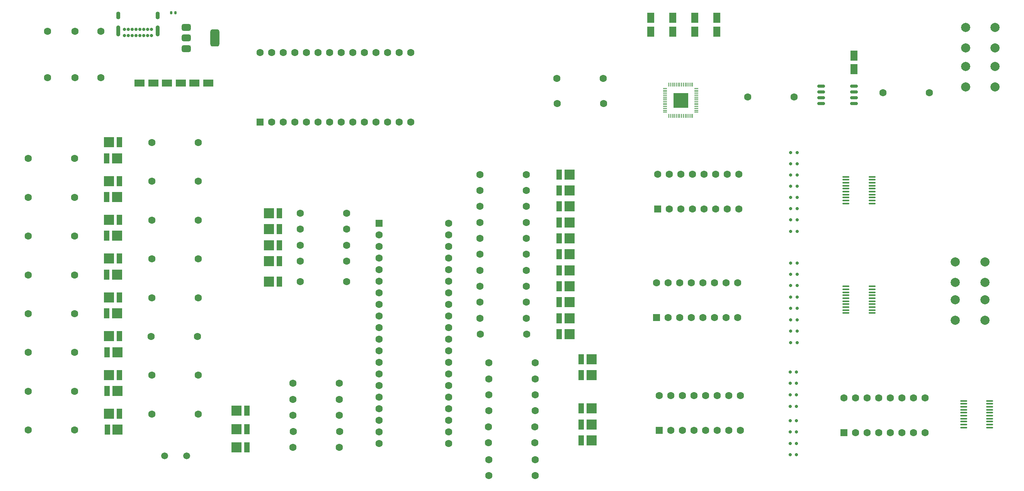
<source format=gbr>
%TF.GenerationSoftware,KiCad,Pcbnew,9.0.6*%
%TF.CreationDate,2025-12-16T13:10:36+01:00*%
%TF.ProjectId,Z80DevBoard,5a383044-6576-4426-9f61-72642e6b6963,rev?*%
%TF.SameCoordinates,Original*%
%TF.FileFunction,Soldermask,Top*%
%TF.FilePolarity,Negative*%
%FSLAX46Y46*%
G04 Gerber Fmt 4.6, Leading zero omitted, Abs format (unit mm)*
G04 Created by KiCad (PCBNEW 9.0.6) date 2025-12-16 13:10:36*
%MOMM*%
%LPD*%
G01*
G04 APERTURE LIST*
G04 Aperture macros list*
%AMRoundRect*
0 Rectangle with rounded corners*
0 $1 Rounding radius*
0 $2 $3 $4 $5 $6 $7 $8 $9 X,Y pos of 4 corners*
0 Add a 4 corners polygon primitive as box body*
4,1,4,$2,$3,$4,$5,$6,$7,$8,$9,$2,$3,0*
0 Add four circle primitives for the rounded corners*
1,1,$1+$1,$2,$3*
1,1,$1+$1,$4,$5*
1,1,$1+$1,$6,$7*
1,1,$1+$1,$8,$9*
0 Add four rect primitives between the rounded corners*
20,1,$1+$1,$2,$3,$4,$5,0*
20,1,$1+$1,$4,$5,$6,$7,0*
20,1,$1+$1,$6,$7,$8,$9,0*
20,1,$1+$1,$8,$9,$2,$3,0*%
G04 Aperture macros list end*
%ADD10R,2.200000X1.600000*%
%ADD11C,1.600000*%
%ADD12RoundRect,0.100000X-0.637500X-0.100000X0.637500X-0.100000X0.637500X0.100000X-0.637500X0.100000X0*%
%ADD13RoundRect,0.250000X0.550000X-0.550000X0.550000X0.550000X-0.550000X0.550000X-0.550000X-0.550000X0*%
%ADD14R,2.200000X2.200000*%
%ADD15R,1.250000X2.200000*%
%ADD16R,1.600000X2.200000*%
%ADD17RoundRect,0.150000X-0.150000X-0.200000X0.150000X-0.200000X0.150000X0.200000X-0.150000X0.200000X0*%
%ADD18RoundRect,0.375000X-0.625000X-0.375000X0.625000X-0.375000X0.625000X0.375000X-0.625000X0.375000X0*%
%ADD19RoundRect,0.500000X-0.500000X-1.400000X0.500000X-1.400000X0.500000X1.400000X-0.500000X1.400000X0*%
%ADD20RoundRect,0.147500X0.147500X0.172500X-0.147500X0.172500X-0.147500X-0.172500X0.147500X-0.172500X0*%
%ADD21C,2.000000*%
%ADD22C,1.500000*%
%ADD23C,0.700000*%
%ADD24O,0.900000X2.400000*%
%ADD25O,0.900000X1.700000*%
%ADD26RoundRect,0.050000X-0.387500X-0.050000X0.387500X-0.050000X0.387500X0.050000X-0.387500X0.050000X0*%
%ADD27RoundRect,0.050000X-0.050000X-0.387500X0.050000X-0.387500X0.050000X0.387500X-0.050000X0.387500X0*%
%ADD28R,3.200000X3.200000*%
%ADD29RoundRect,0.250000X-0.550000X-0.550000X0.550000X-0.550000X0.550000X0.550000X-0.550000X0.550000X0*%
%ADD30RoundRect,0.162500X-0.650000X-0.162500X0.650000X-0.162500X0.650000X0.162500X-0.650000X0.162500X0*%
G04 APERTURE END LIST*
D10*
%TO.C,C8*%
X66891500Y-54936000D03*
X69891500Y-54936000D03*
%TD*%
D11*
%TO.C,R8*%
X110669500Y-131283000D03*
X100509500Y-131283000D03*
%TD*%
D12*
%TO.C,DataBus2*%
X247418000Y-124614000D03*
X247418000Y-125264000D03*
X247418000Y-125914000D03*
X247418000Y-126564000D03*
X247418000Y-127214000D03*
X247418000Y-127864000D03*
X247418000Y-128514000D03*
X247418000Y-129164000D03*
X247418000Y-129814000D03*
X247418000Y-130464000D03*
X253143000Y-130464000D03*
X253143000Y-129814000D03*
X253143000Y-129164000D03*
X253143000Y-128514000D03*
X253143000Y-127864000D03*
X253143000Y-127214000D03*
X253143000Y-126564000D03*
X253143000Y-125914000D03*
X253143000Y-125264000D03*
X253143000Y-124614000D03*
%TD*%
D11*
%TO.C,R11*%
X143349500Y-133783000D03*
X153509500Y-133783000D03*
%TD*%
%TO.C,R12*%
X52741500Y-53746000D03*
X52741500Y-43586000D03*
%TD*%
%TO.C,R27*%
X79592500Y-110500000D03*
X69432500Y-110500000D03*
%TD*%
D13*
%TO.C,ShiftRegisterIn2*%
X221240500Y-131539000D03*
D11*
X223780500Y-131539000D03*
X226320500Y-131539000D03*
X228860500Y-131539000D03*
X231400500Y-131539000D03*
X233940500Y-131539000D03*
X236480500Y-131539000D03*
X239020500Y-131539000D03*
X239020500Y-123919000D03*
X236480500Y-123919000D03*
X233940500Y-123919000D03*
X231400500Y-123919000D03*
X228860500Y-123919000D03*
X226320500Y-123919000D03*
X223780500Y-123919000D03*
X221240500Y-123919000D03*
%TD*%
D14*
%TO.C,D22*%
X161092500Y-106500000D03*
D15*
X158817500Y-106500000D03*
%TD*%
D16*
%TO.C,C6*%
X193383950Y-43684000D03*
X193383950Y-40684000D03*
%TD*%
D11*
%TO.C,R15*%
X210304000Y-58031000D03*
X200144000Y-58031000D03*
%TD*%
%TO.C,R40*%
X151672500Y-110000000D03*
X141512500Y-110000000D03*
%TD*%
D17*
%TO.C,D60*%
X210791500Y-133928000D03*
X209391500Y-133928000D03*
%TD*%
%TO.C,D62*%
X210791500Y-125783000D03*
X209391500Y-125783000D03*
%TD*%
D14*
%TO.C,D18*%
X95192500Y-90500000D03*
D15*
X97467500Y-90500000D03*
%TD*%
D14*
%TO.C,D52*%
X165909500Y-119000000D03*
D15*
X163634500Y-119000000D03*
%TD*%
D14*
%TO.C,D45*%
X88109500Y-126783000D03*
D15*
X90384500Y-126783000D03*
%TD*%
D14*
%TO.C,D2*%
X161092500Y-89000000D03*
D15*
X158817500Y-89000000D03*
%TD*%
D18*
%TO.C,LDO1*%
X77091500Y-42786000D03*
X77091500Y-45086000D03*
D19*
X83391500Y-45086000D03*
D18*
X77091500Y-47386000D03*
%TD*%
D17*
%TO.C,D5*%
X210922900Y-72678000D03*
X209522900Y-72678000D03*
%TD*%
%TO.C,D23*%
X210922900Y-104328000D03*
X209522900Y-104328000D03*
%TD*%
D11*
%TO.C,R44*%
X151592500Y-103000000D03*
X141432500Y-103000000D03*
%TD*%
%TO.C,R46*%
X102092500Y-87000000D03*
X112252500Y-87000000D03*
%TD*%
D17*
%TO.C,D59*%
X210791500Y-128928000D03*
X209391500Y-128928000D03*
%TD*%
D20*
%TO.C,F1*%
X74726500Y-39586000D03*
X73756500Y-39586000D03*
%TD*%
D14*
%TO.C,D12*%
X161092500Y-75000000D03*
D15*
X158817500Y-75000000D03*
%TD*%
D11*
%TO.C,R6*%
X143429500Y-123283000D03*
X153589500Y-123283000D03*
%TD*%
%TO.C,R25*%
X79752500Y-68000000D03*
X69592500Y-68000000D03*
%TD*%
D17*
%TO.C,D29*%
X210922900Y-101828000D03*
X209522900Y-101828000D03*
%TD*%
D14*
%TO.C,D55*%
X165909500Y-129783000D03*
D15*
X163634500Y-129783000D03*
%TD*%
D11*
%TO.C,R17*%
X168551500Y-59436000D03*
X158391500Y-59436000D03*
%TD*%
%TO.C,R26*%
X79752500Y-76500000D03*
X69592500Y-76500000D03*
%TD*%
%TO.C,R21*%
X143432500Y-137500000D03*
X153592500Y-137500000D03*
%TD*%
D14*
%TO.C,D36*%
X60162000Y-76435500D03*
D15*
X62437000Y-76435500D03*
%TD*%
D14*
%TO.C,D1*%
X165909500Y-126283000D03*
D15*
X163634500Y-126283000D03*
%TD*%
D14*
%TO.C,D30*%
X161092500Y-96000000D03*
D15*
X158817500Y-96000000D03*
%TD*%
D12*
%TO.C,DataBus3*%
X221660400Y-75503000D03*
X221660400Y-76153000D03*
X221660400Y-76803000D03*
X221660400Y-77453000D03*
X221660400Y-78103000D03*
X221660400Y-78753000D03*
X221660400Y-79403000D03*
X221660400Y-80053000D03*
X221660400Y-80703000D03*
X221660400Y-81353000D03*
X227385400Y-81353000D03*
X227385400Y-80703000D03*
X227385400Y-80053000D03*
X227385400Y-79403000D03*
X227385400Y-78753000D03*
X227385400Y-78103000D03*
X227385400Y-77453000D03*
X227385400Y-76803000D03*
X227385400Y-76153000D03*
X227385400Y-75503000D03*
%TD*%
D17*
%TO.C,D15*%
X210922900Y-84928000D03*
X209522900Y-84928000D03*
%TD*%
D11*
%TO.C,R16*%
X229724000Y-57031000D03*
X239884000Y-57031000D03*
%TD*%
D14*
%TO.C,D51*%
X88109500Y-130783000D03*
D15*
X90384500Y-130783000D03*
%TD*%
D11*
%TO.C,R9*%
X143429500Y-119783000D03*
X153589500Y-119783000D03*
%TD*%
D10*
%TO.C,C1*%
X72891500Y-54936000D03*
X75891500Y-54936000D03*
%TD*%
D11*
%TO.C,R35*%
X52592500Y-97000000D03*
X42432500Y-97000000D03*
%TD*%
%TO.C,R43*%
X102092500Y-83500000D03*
X112252500Y-83500000D03*
%TD*%
D12*
%TO.C,DataBus1*%
X221660400Y-99503000D03*
X221660400Y-100153000D03*
X221660400Y-100803000D03*
X221660400Y-101453000D03*
X221660400Y-102103000D03*
X221660400Y-102753000D03*
X221660400Y-103403000D03*
X221660400Y-104053000D03*
X221660400Y-104703000D03*
X221660400Y-105353000D03*
X227385400Y-105353000D03*
X227385400Y-104703000D03*
X227385400Y-104053000D03*
X227385400Y-103403000D03*
X227385400Y-102753000D03*
X227385400Y-102103000D03*
X227385400Y-101453000D03*
X227385400Y-100803000D03*
X227385400Y-100153000D03*
X227385400Y-99503000D03*
%TD*%
D21*
%TO.C,SW1*%
X245583950Y-102434000D03*
X252083950Y-102434000D03*
X245583950Y-106934000D03*
X252083950Y-106934000D03*
%TD*%
D11*
%TO.C,R36*%
X79752500Y-93500000D03*
X69592500Y-93500000D03*
%TD*%
D17*
%TO.C,D61*%
X210791500Y-120783000D03*
X209391500Y-120783000D03*
%TD*%
D14*
%TO.C,D33*%
X61987000Y-113935500D03*
D15*
X59712000Y-113935500D03*
%TD*%
D11*
%TO.C,R10*%
X143429500Y-116283000D03*
X153589500Y-116283000D03*
%TD*%
D16*
%TO.C,C5*%
X188533950Y-43684000D03*
X188533950Y-40684000D03*
%TD*%
D17*
%TO.C,D3*%
X210922900Y-70228000D03*
X209522900Y-70228000D03*
%TD*%
D13*
%TO.C,ShiftRegisterOut3*%
X180411900Y-82539000D03*
D11*
X182951900Y-82539000D03*
X185491900Y-82539000D03*
X188031900Y-82539000D03*
X190571900Y-82539000D03*
X193111900Y-82539000D03*
X195651900Y-82539000D03*
X198191900Y-82539000D03*
X198191900Y-74919000D03*
X195651900Y-74919000D03*
X193111900Y-74919000D03*
X190571900Y-74919000D03*
X188031900Y-74919000D03*
X185491900Y-74919000D03*
X182951900Y-74919000D03*
X180411900Y-74919000D03*
%TD*%
D17*
%TO.C,D56*%
X210791500Y-118283000D03*
X209391500Y-118283000D03*
%TD*%
D11*
%TO.C,R2*%
X100429500Y-120783000D03*
X110589500Y-120783000D03*
%TD*%
D22*
%TO.C,O1*%
X77213950Y-136684000D03*
X72333950Y-136684000D03*
%TD*%
D10*
%TO.C,C2*%
X78891500Y-54936000D03*
X81891500Y-54936000D03*
%TD*%
D11*
%TO.C,R4*%
X110589500Y-127783000D03*
X100429500Y-127783000D03*
%TD*%
D14*
%TO.C,D38*%
X60187000Y-118935500D03*
D15*
X62462000Y-118935500D03*
%TD*%
D21*
%TO.C,SW2*%
X245583950Y-94184000D03*
X252083950Y-94184000D03*
X245583950Y-98684000D03*
X252083950Y-98684000D03*
%TD*%
D14*
%TO.C,D41*%
X62062000Y-130935500D03*
D15*
X59787000Y-130935500D03*
%TD*%
D11*
%TO.C,R41*%
X151592500Y-106500000D03*
X141432500Y-106500000D03*
%TD*%
%TO.C,R37*%
X79752500Y-127500000D03*
X69592500Y-127500000D03*
%TD*%
D14*
%TO.C,D50*%
X88109500Y-134783000D03*
D15*
X90384500Y-134783000D03*
%TD*%
D11*
%TO.C,R31*%
X52592500Y-122500000D03*
X42432500Y-122500000D03*
%TD*%
D14*
%TO.C,D40*%
X60162000Y-84935500D03*
D15*
X62437000Y-84935500D03*
%TD*%
D14*
%TO.C,D43*%
X61962000Y-96935500D03*
D15*
X59687000Y-96935500D03*
%TD*%
D14*
%TO.C,D39*%
X61962000Y-88435500D03*
D15*
X59687000Y-88435500D03*
%TD*%
D14*
%TO.C,D4*%
X161092500Y-85500000D03*
D15*
X158817500Y-85500000D03*
%TD*%
D17*
%TO.C,D25*%
X210922900Y-109328000D03*
X209522900Y-109328000D03*
%TD*%
D11*
%TO.C,R30*%
X52592500Y-88500000D03*
X42432500Y-88500000D03*
%TD*%
D16*
%TO.C,C4*%
X183683950Y-43684000D03*
X183683950Y-40684000D03*
%TD*%
D11*
%TO.C,R28*%
X52592500Y-114000000D03*
X42432500Y-114000000D03*
%TD*%
%TO.C,R24*%
X79752500Y-102000000D03*
X69592500Y-102000000D03*
%TD*%
%TO.C,R48*%
X151592500Y-82000000D03*
X141432500Y-82000000D03*
%TD*%
D23*
%TO.C,USB_C1*%
X69475000Y-44525000D03*
X68625000Y-44525000D03*
X67775000Y-44525000D03*
X66925000Y-44525000D03*
X66075000Y-44525000D03*
X65225000Y-44525000D03*
X64375000Y-44525000D03*
X63525000Y-44525000D03*
X63525000Y-43175000D03*
X64375000Y-43175000D03*
X65225000Y-43175000D03*
X66075000Y-43175000D03*
X66925000Y-43175000D03*
X67775000Y-43175000D03*
X68625000Y-43175000D03*
X69475000Y-43175000D03*
D24*
X70825000Y-43545000D03*
D25*
X70825000Y-40165000D03*
D24*
X62175000Y-43545000D03*
D25*
X62175000Y-40165000D03*
%TD*%
D11*
%TO.C,R23*%
X52592500Y-105500000D03*
X42432500Y-105500000D03*
%TD*%
%TO.C,R5*%
X143349500Y-130283000D03*
X153509500Y-130283000D03*
%TD*%
D14*
%TO.C,D8*%
X161092500Y-110000000D03*
D15*
X158817500Y-110000000D03*
%TD*%
D17*
%TO.C,D19*%
X210922900Y-94428000D03*
X209522900Y-94428000D03*
%TD*%
%TO.C,D21*%
X210922900Y-99328000D03*
X209522900Y-99328000D03*
%TD*%
D14*
%TO.C,D49*%
X165909500Y-133283000D03*
D15*
X163634500Y-133283000D03*
%TD*%
D21*
%TO.C,SW3*%
X247833950Y-42750000D03*
X254333950Y-42750000D03*
X247833950Y-47250000D03*
X254333950Y-47250000D03*
%TD*%
D11*
%TO.C,R42*%
X151592500Y-89000000D03*
X141432500Y-89000000D03*
%TD*%
D17*
%TO.C,D17*%
X210922900Y-87428000D03*
X209522900Y-87428000D03*
%TD*%
D11*
%TO.C,R52*%
X102092500Y-94000000D03*
X112252500Y-94000000D03*
%TD*%
%TO.C,R38*%
X151592500Y-75000000D03*
X141432500Y-75000000D03*
%TD*%
D14*
%TO.C,D35*%
X61937000Y-79935500D03*
D15*
X59662000Y-79935500D03*
%TD*%
D14*
%TO.C,D16*%
X95192500Y-87000000D03*
D15*
X97467500Y-87000000D03*
%TD*%
D11*
%TO.C,R7*%
X110589500Y-134783000D03*
X100429500Y-134783000D03*
%TD*%
D14*
%TO.C,D53*%
X165909500Y-115500000D03*
D15*
X163634500Y-115500000D03*
%TD*%
D11*
%TO.C,R13*%
X46741500Y-43586000D03*
X46741500Y-53746000D03*
%TD*%
%TO.C,R32*%
X79752500Y-85000000D03*
X69592500Y-85000000D03*
%TD*%
D17*
%TO.C,D9*%
X210922900Y-77578000D03*
X209522900Y-77578000D03*
%TD*%
D14*
%TO.C,D37*%
X61987000Y-122435500D03*
D15*
X59712000Y-122435500D03*
%TD*%
D11*
%TO.C,R45*%
X151592500Y-85500000D03*
X141432500Y-85500000D03*
%TD*%
D17*
%TO.C,D63*%
X210791500Y-131428000D03*
X209391500Y-131428000D03*
%TD*%
D11*
%TO.C,R49*%
X102092500Y-90500000D03*
X112252500Y-90500000D03*
%TD*%
%TO.C,R33*%
X79752500Y-119000000D03*
X69592500Y-119000000D03*
%TD*%
%TO.C,R22*%
X52592500Y-71500000D03*
X42432500Y-71500000D03*
%TD*%
%TO.C,R14*%
X58391500Y-53786000D03*
X58391500Y-43626000D03*
%TD*%
D14*
%TO.C,D10*%
X161092500Y-92500000D03*
D15*
X158817500Y-92500000D03*
%TD*%
D17*
%TO.C,D58*%
X210791500Y-123283000D03*
X209391500Y-123283000D03*
%TD*%
D11*
%TO.C,R3*%
X110589500Y-124283000D03*
X100429500Y-124283000D03*
%TD*%
D17*
%TO.C,D27*%
X210922900Y-96828000D03*
X209522900Y-96828000D03*
%TD*%
D14*
%TO.C,D24*%
X161092500Y-78500000D03*
D15*
X158817500Y-78500000D03*
%TD*%
D13*
%TO.C,ShiftRegisterOut2*%
X180740500Y-131039000D03*
D11*
X183280500Y-131039000D03*
X185820500Y-131039000D03*
X188360500Y-131039000D03*
X190900500Y-131039000D03*
X193440500Y-131039000D03*
X195980500Y-131039000D03*
X198520500Y-131039000D03*
X198520500Y-123419000D03*
X195980500Y-123419000D03*
X193440500Y-123419000D03*
X190900500Y-123419000D03*
X188360500Y-123419000D03*
X185820500Y-123419000D03*
X183280500Y-123419000D03*
X180740500Y-123419000D03*
%TD*%
%TO.C,R29*%
X52592500Y-80000000D03*
X42432500Y-80000000D03*
%TD*%
D14*
%TO.C,D47*%
X61962000Y-105435500D03*
D15*
X59687000Y-105435500D03*
%TD*%
D13*
%TO.C,ShiftRegisterOut1*%
X180131900Y-106344000D03*
D11*
X182671900Y-106344000D03*
X185211900Y-106344000D03*
X187751900Y-106344000D03*
X190291900Y-106344000D03*
X192831900Y-106344000D03*
X195371900Y-106344000D03*
X197911900Y-106344000D03*
X197911900Y-98724000D03*
X195371900Y-98724000D03*
X192831900Y-98724000D03*
X190291900Y-98724000D03*
X187751900Y-98724000D03*
X185211900Y-98724000D03*
X182671900Y-98724000D03*
X180131900Y-98724000D03*
%TD*%
D21*
%TO.C,SW4*%
X247833950Y-51300000D03*
X254333950Y-51300000D03*
X247833950Y-55800000D03*
X254333950Y-55800000D03*
%TD*%
D13*
%TO.C,RAM1*%
X93232500Y-63500000D03*
D11*
X95772500Y-63500000D03*
X98312500Y-63500000D03*
X100852500Y-63500000D03*
X103392500Y-63500000D03*
X105932500Y-63500000D03*
X108472500Y-63500000D03*
X111012500Y-63500000D03*
X113552500Y-63500000D03*
X116092500Y-63500000D03*
X118632500Y-63500000D03*
X121172500Y-63500000D03*
X123712500Y-63500000D03*
X126252500Y-63500000D03*
X126252500Y-48260000D03*
X123712500Y-48260000D03*
X121172500Y-48260000D03*
X118632500Y-48260000D03*
X116092500Y-48260000D03*
X113552500Y-48260000D03*
X111012500Y-48260000D03*
X108472500Y-48260000D03*
X105932500Y-48260000D03*
X103392500Y-48260000D03*
X100852500Y-48260000D03*
X98312500Y-48260000D03*
X95772500Y-48260000D03*
X93232500Y-48260000D03*
%TD*%
D26*
%TO.C,RP2040_1*%
X182016500Y-56136000D03*
X182016500Y-56536000D03*
X182016500Y-56936000D03*
X182016500Y-57336000D03*
X182016500Y-57736000D03*
X182016500Y-58136000D03*
X182016500Y-58536000D03*
X182016500Y-58936000D03*
X182016500Y-59336000D03*
X182016500Y-59736000D03*
X182016500Y-60136000D03*
X182016500Y-60536000D03*
X182016500Y-60936000D03*
X182016500Y-61336000D03*
D27*
X182854000Y-62173500D03*
X183254000Y-62173500D03*
X183654000Y-62173500D03*
X184054000Y-62173500D03*
X184454000Y-62173500D03*
X184854000Y-62173500D03*
X185254000Y-62173500D03*
X185654000Y-62173500D03*
X186054000Y-62173500D03*
X186454000Y-62173500D03*
X186854000Y-62173500D03*
X187254000Y-62173500D03*
X187654000Y-62173500D03*
X188054000Y-62173500D03*
D26*
X188891500Y-61336000D03*
X188891500Y-60936000D03*
X188891500Y-60536000D03*
X188891500Y-60136000D03*
X188891500Y-59736000D03*
X188891500Y-59336000D03*
X188891500Y-58936000D03*
X188891500Y-58536000D03*
X188891500Y-58136000D03*
X188891500Y-57736000D03*
X188891500Y-57336000D03*
X188891500Y-56936000D03*
X188891500Y-56536000D03*
X188891500Y-56136000D03*
D27*
X188054000Y-55298500D03*
X187654000Y-55298500D03*
X187254000Y-55298500D03*
X186854000Y-55298500D03*
X186454000Y-55298500D03*
X186054000Y-55298500D03*
X185654000Y-55298500D03*
X185254000Y-55298500D03*
X184854000Y-55298500D03*
X184454000Y-55298500D03*
X184054000Y-55298500D03*
X183654000Y-55298500D03*
X183254000Y-55298500D03*
X182854000Y-55298500D03*
D28*
X185454000Y-58736000D03*
%TD*%
D14*
%TO.C,D57*%
X95192500Y-98500000D03*
D15*
X97467500Y-98500000D03*
%TD*%
D14*
%TO.C,D31*%
X61962000Y-71435500D03*
D15*
X59687000Y-71435500D03*
%TD*%
D14*
%TO.C,D44*%
X60162000Y-93435500D03*
D15*
X62437000Y-93435500D03*
%TD*%
D11*
%TO.C,R51*%
X151592500Y-78500000D03*
X141432500Y-78500000D03*
%TD*%
D17*
%TO.C,D13*%
X210922900Y-82478000D03*
X209522900Y-82478000D03*
%TD*%
D14*
%TO.C,D42*%
X60162000Y-127435500D03*
D15*
X62437000Y-127435500D03*
%TD*%
D14*
%TO.C,D34*%
X60187000Y-110435500D03*
D15*
X62462000Y-110435500D03*
%TD*%
D16*
%TO.C,C3*%
X178833950Y-43684000D03*
X178833950Y-40684000D03*
%TD*%
D17*
%TO.C,D64*%
X210791500Y-136428000D03*
X209391500Y-136428000D03*
%TD*%
%TO.C,D54*%
X210922900Y-111828000D03*
X209522900Y-111828000D03*
%TD*%
D14*
%TO.C,D48*%
X60162000Y-101935500D03*
D15*
X62437000Y-101935500D03*
%TD*%
D11*
%TO.C,R20*%
X143432500Y-141000000D03*
X153592500Y-141000000D03*
%TD*%
D14*
%TO.C,D14*%
X95192500Y-83500000D03*
D15*
X97467500Y-83500000D03*
%TD*%
D11*
%TO.C,R39*%
X151592500Y-92500000D03*
X141432500Y-92500000D03*
%TD*%
%TO.C,R47*%
X151592500Y-99500000D03*
X141432500Y-99500000D03*
%TD*%
%TO.C,R50*%
X151592500Y-96000000D03*
X141432500Y-96000000D03*
%TD*%
D16*
%TO.C,C7*%
X223391500Y-51936000D03*
X223391500Y-48936000D03*
%TD*%
D29*
%TO.C,Z80*%
X119389500Y-85658000D03*
D11*
X119389500Y-88198000D03*
X119389500Y-90738000D03*
X119389500Y-93278000D03*
X119389500Y-95818000D03*
X119389500Y-98358000D03*
X119389500Y-100898000D03*
X119389500Y-103438000D03*
X119389500Y-105978000D03*
X119389500Y-108518000D03*
X119389500Y-111058000D03*
X119389500Y-113598000D03*
X119389500Y-116138000D03*
X119389500Y-118678000D03*
X119389500Y-121218000D03*
X119389500Y-123758000D03*
X119389500Y-126298000D03*
X119389500Y-128838000D03*
X119389500Y-131378000D03*
X119389500Y-133918000D03*
X134629500Y-133918000D03*
X134629500Y-131378000D03*
X134629500Y-128838000D03*
X134629500Y-126298000D03*
X134629500Y-123758000D03*
X134629500Y-121218000D03*
X134629500Y-118678000D03*
X134629500Y-116138000D03*
X134629500Y-113598000D03*
X134629500Y-111058000D03*
X134629500Y-108518000D03*
X134629500Y-105978000D03*
X134629500Y-103438000D03*
X134629500Y-100898000D03*
X134629500Y-98358000D03*
X134629500Y-95818000D03*
X134629500Y-93278000D03*
X134629500Y-90738000D03*
X134629500Y-88198000D03*
X134629500Y-85658000D03*
%TD*%
D17*
%TO.C,D11*%
X210922900Y-80028000D03*
X209522900Y-80028000D03*
%TD*%
D11*
%TO.C,R1*%
X153589500Y-126783000D03*
X143429500Y-126783000D03*
%TD*%
%TO.C,R18*%
X168471500Y-53936000D03*
X158311500Y-53936000D03*
%TD*%
D17*
%TO.C,D46*%
X210922900Y-106828000D03*
X209522900Y-106828000D03*
%TD*%
D30*
%TO.C,Flash1*%
X216216500Y-55626000D03*
X216216500Y-56896000D03*
X216216500Y-58166000D03*
X216216500Y-59436000D03*
X223391500Y-59436000D03*
X223391500Y-58166000D03*
X223391500Y-56896000D03*
X223391500Y-55626000D03*
%TD*%
D14*
%TO.C,D28*%
X161092500Y-99500000D03*
D15*
X158817500Y-99500000D03*
%TD*%
D14*
%TO.C,D20*%
X95192500Y-94000000D03*
D15*
X97467500Y-94000000D03*
%TD*%
D14*
%TO.C,D32*%
X60162000Y-67935500D03*
D15*
X62437000Y-67935500D03*
%TD*%
D14*
%TO.C,D6*%
X161092500Y-82000000D03*
D15*
X158817500Y-82000000D03*
%TD*%
D17*
%TO.C,D7*%
X210922900Y-75128000D03*
X209522900Y-75128000D03*
%TD*%
D11*
%TO.C,R34*%
X52592500Y-131000000D03*
X42432500Y-131000000D03*
%TD*%
D14*
%TO.C,D26*%
X161092500Y-103000000D03*
D15*
X158817500Y-103000000D03*
%TD*%
D11*
%TO.C,R19*%
X112252500Y-98500000D03*
X102092500Y-98500000D03*
%TD*%
M02*

</source>
